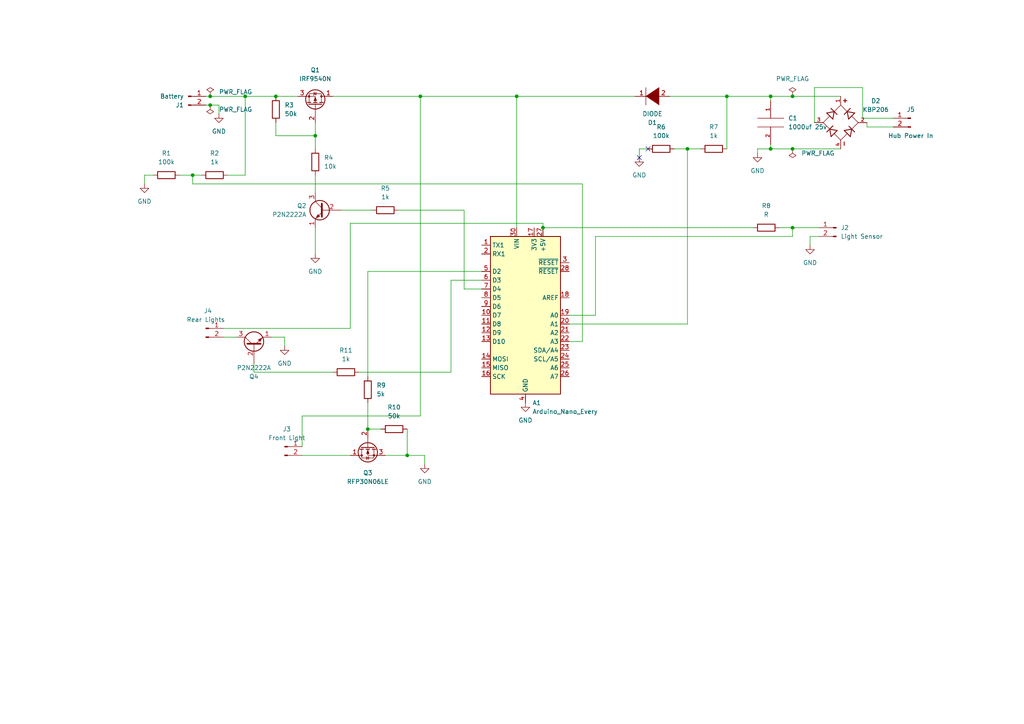
<source format=kicad_sch>
(kicad_sch (version 20211123) (generator eeschema)
  (paper "A4")
  (title_block (title "Bike Lights Schematic") (date "2023-02-26") (rev "0"))
  (lib_symbols
    (symbol "Connector:Conn_01x02_Male" (pin_names (offset 1.016) hide)
      (property "Reference" "J" (at 0 2.54 0))
      (property "Value" "Conn_01x02_Male" (at 0 -5.08 0))
      (symbol "Conn_01x02_Male_1_1"
        (polyline (pts (xy 1.27 -2.54) (xy 0.8636 -2.54)) (stroke (width 0.1524)))
        (polyline (pts (xy 1.27 0) (xy 0.8636 0)) (stroke (width 0.1524)))
        (rectangle (start 0.8636 -2.413) (end 0 -2.667) (stroke (width 0.1524)) (fill (type outline)))
        (rectangle (start 0.8636 0.127) (end 0 -0.127) (stroke (width 0.1524)) (fill (type outline)))
        (pin passive line (at 5.08 0 180) (length 3.81) (name "Pin_1") (number "1"))
        (pin passive line (at 5.08 -2.54 180) (length 3.81) (name "Pin_2") (number "2"))
      )
    )
    (symbol "Device:Q_NMOS_DGS" (pin_names (offset 0) hide)
      (property "Reference" "Q" (at 5.08 1.27 0))
      (property "Value" "Q_NMOS_DGS" (at 5.08 -1.27 0))
      (symbol "Q_NMOS_DGS_0_1"
        (polyline (pts (xy 0.254 0) (xy -2.54 0)))
        (polyline (pts (xy 0.254 1.905) (xy 0.254 -1.905)) (stroke (width 0.254)))
        (polyline (pts (xy 0.762 -1.27) (xy 0.762 -2.286)) (stroke (width 0.254)))
        (polyline (pts (xy 0.762 0.508) (xy 0.762 -0.508)) (stroke (width 0.254)))
        (polyline (pts (xy 0.762 2.286) (xy 0.762 1.27)) (stroke (width 0.254)))
        (polyline (pts (xy 2.54 2.54) (xy 2.54 1.778)))
        (polyline (pts (xy 2.54 -2.54) (xy 2.54 0) (xy 0.762 0)))
        (polyline (pts (xy 0.762 -1.778) (xy 3.302 -1.778) (xy 3.302 1.778) (xy 0.762 1.778)))
        (polyline (pts (xy 1.016 0) (xy 2.032 0.381) (xy 2.032 -0.381) (xy 1.016 0)) (fill (type outline)))
        (polyline (pts (xy 2.794 0.508) (xy 2.921 0.381) (xy 3.683 0.381) (xy 3.81 0.254)))
        (polyline (pts (xy 3.302 0.381) (xy 2.921 -0.254) (xy 3.683 -0.254) (xy 3.302 0.381)))
        (circle (center 1.651 0) (radius 2.794) (stroke (width 0.254)))
        (circle (center 2.54 -1.778) (radius 0.254) (fill (type outline)))
        (circle (center 2.54 1.778) (radius 0.254) (fill (type outline)))
      )
      (symbol "Q_NMOS_DGS_1_1"
        (pin passive line (at 2.54 5.08 270) (length 2.54) (name "D") (number "1"))
        (pin input line (at -5.08 0 0) (length 2.54) (name "G") (number "2"))
        (pin passive line (at 2.54 -5.08 90) (length 2.54) (name "S") (number "3"))
      )
    )
    (symbol "Device:Q_NPN_BCE" (pin_names (offset 0) hide)
      (property "Reference" "Q4" (at -8.89 0 90))
      (property "Value" "P2N2222A" (at -6.35 0 90))
      (symbol "Q_NPN_BCE_0_1"
        (polyline (pts (xy 0.635 0.635) (xy 2.54 2.54)))
        (polyline (pts (xy 0.635 -0.635) (xy 2.54 -2.54) (xy 2.54 -2.54)))
        (polyline (pts (xy 0.635 1.905) (xy 0.635 -1.905) (xy 0.635 -1.905)) (stroke (width 0.508)))
        (polyline (pts (xy 1.27 -1.778) (xy 1.778 -1.27) (xy 2.286 -2.286) (xy 1.27 -1.778) (xy 1.27 -1.778)) (fill (type outline)))
        (circle (center 1.27 0) (radius 2.8194) (stroke (width 0.254)))
      )
      (symbol "Q_NPN_BCE_1_1"
        (pin passive line (at 2.54 -5.08 90) (length 2.54) (name "E") (number "1"))
        (pin input line (at -5.08 0 0) (length 5.715) (name "B") (number "2"))
        (pin passive line (at 2.54 5.08 270) (length 2.54) (name "C") (number "3"))
      )
    )
    (symbol "Device:Q_PMOS_DGS" (pin_names (offset 0) hide)
      (property "Reference" "Q" (at 5.08 1.27 0))
      (property "Value" "Q_PMOS_DGS" (at 5.08 -1.27 0))
      (symbol "Q_PMOS_DGS_0_1"
        (polyline (pts (xy 0.254 0) (xy -2.54 0)))
        (polyline (pts (xy 0.254 1.905) (xy 0.254 -1.905)) (stroke (width 0.254)))
        (polyline (pts (xy 0.762 -1.27) (xy 0.762 -2.286)) (stroke (width 0.254)))
        (polyline (pts (xy 0.762 0.508) (xy 0.762 -0.508)) (stroke (width 0.254)))
        (polyline (pts (xy 0.762 2.286) (xy 0.762 1.27)) (stroke (width 0.254)))
        (polyline (pts (xy 2.54 2.54) (xy 2.54 1.778)))
        (polyline (pts (xy 2.54 -2.54) (xy 2.54 0) (xy 0.762 0)))
        (polyline (pts (xy 0.762 1.778) (xy 3.302 1.778) (xy 3.302 -1.778) (xy 0.762 -1.778)))
        (polyline (pts (xy 2.286 0) (xy 1.27 0.381) (xy 1.27 -0.381) (xy 2.286 0)) (fill (type outline)))
        (polyline (pts (xy 2.794 -0.508) (xy 2.921 -0.381) (xy 3.683 -0.381) (xy 3.81 -0.254)))
        (polyline (pts (xy 3.302 -0.381) (xy 2.921 0.254) (xy 3.683 0.254) (xy 3.302 -0.381)))
        (circle (center 1.651 0) (radius 2.794) (stroke (width 0.254)))
        (circle (center 2.54 -1.778) (radius 0.254) (fill (type outline)))
        (circle (center 2.54 1.778) (radius 0.254) (fill (type outline)))
      )
      (symbol "Q_PMOS_DGS_1_1"
        (pin passive line (at 2.54 5.08 270) (length 2.54) (name "D") (number "1"))
        (pin input line (at -5.08 0 0) (length 2.54) (name "G") (number "2"))
        (pin passive line (at 2.54 -5.08 90) (length 2.54) (name "S") (number "3"))
      )
    )
    (symbol "Device:R" (pin_numbers hide) (pin_names (offset 0))
      (property "Reference" "R" (at 2.032 0 90))
      (property "Value" "R" (at 0 0 90))
      (symbol "R_0_1"
        (rectangle (start -1.016 -2.54) (end 1.016 2.54) (stroke (width 0.254)))
      )
      (symbol "R_1_1"
        (pin passive line (at 0 3.81 270) (length 1.27) (name "~") (number "1"))
        (pin passive line (at 0 -3.81 90) (length 1.27) (name "~") (number "2"))
      )
    )
    (symbol "KBP206:KBP206" (pin_names (offset 1.016))
      (property "Reference" "D" (at 5.08 5.08 0))
      (property "Value" "KBP206" (at 5.08 -7.62 0))
      (symbol "KBP206_0_0"
        (polyline (pts (xy -6.858 1.27) (xy -5.842 1.27)) (stroke (width 0.254)))
        (polyline (pts (xy -6.35 0.762) (xy -6.35 1.778)) (stroke (width 0.254)))
        (polyline (pts (xy -5.08 0) (xy -3.175 -1.905)) (stroke (width 0.1524)))
        (polyline (pts (xy -3.175 -1.905) (xy -2.794 -4.064)) (stroke (width 0.254)))
        (polyline (pts (xy -3.175 -1.905) (xy -1.016 -2.286)) (stroke (width 0.254)))
        (polyline (pts (xy -3.175 1.905) (xy -5.08 0)) (stroke (width 0.1524)))
        (polyline (pts (xy -3.175 1.905) (xy -2.794 4.064)) (stroke (width 0.254)))
        (polyline (pts (xy -3.175 1.905) (xy -1.016 2.286)) (stroke (width 0.254)))
        (polyline (pts (xy -2.3622 -1.0668) (xy -4.1402 -2.8448)) (stroke (width 0.254)))
        (polyline (pts (xy -2.3622 1.016) (xy -4.1402 2.794)) (stroke (width 0.254)))
        (polyline (pts (xy -1.016 -2.286) (xy -2.794 -4.064)) (stroke (width 0.254)))
        (polyline (pts (xy -1.016 2.286) (xy -2.794 4.064)) (stroke (width 0.254)))
        (polyline (pts (xy 0 -5.08) (xy -1.8034 -3.2766)) (stroke (width 0.1524)))
        (polyline (pts (xy 0 -5.08) (xy 1.905 -3.175)) (stroke (width 0.1524)))
        (polyline (pts (xy 0 5.08) (xy -1.8034 3.2766)) (stroke (width 0.1524)))
        (polyline (pts (xy 1.905 -3.175) (xy 2.286 -1.016)) (stroke (width 0.254)))
        (polyline (pts (xy 1.905 -3.175) (xy 4.064 -2.794)) (stroke (width 0.254)))
        (polyline (pts (xy 1.905 3.175) (xy 0 5.08)) (stroke (width 0.1524)))
        (polyline (pts (xy 1.905 3.175) (xy 2.286 1.016)) (stroke (width 0.254)))
        (polyline (pts (xy 1.905 3.175) (xy 4.064 2.794)) (stroke (width 0.254)))
        (polyline (pts (xy 2.7178 -4.0386) (xy 0.9398 -2.2606)) (stroke (width 0.254)))
        (polyline (pts (xy 2.7178 4.0386) (xy 1.0668 2.3876)) (stroke (width 0.254)))
        (polyline (pts (xy 3.2766 -1.8034) (xy 5.08 0)) (stroke (width 0.1524)))
        (polyline (pts (xy 4.064 -2.794) (xy 2.286 -1.016)) (stroke (width 0.254)))
        (polyline (pts (xy 4.064 2.794) (xy 2.286 1.016)) (stroke (width 0.254)))
        (polyline (pts (xy 5.08 0) (xy 3.2766 1.8034)) (stroke (width 0.1524)))
        (polyline (pts (xy 5.588 1.016) (xy 6.604 1.016)) (stroke (width 0.254)))
        (pin passive line (at -7.62 0 0) (length 2.54) (name "~") (number "1"))
        (pin passive line (at 0 7.62 270) (length 2.54) (name "~") (number "2"))
        (pin passive line (at 0 -7.62 90) (length 2.54) (name "~") (number "3"))
        (pin passive line (at 7.62 0 180) (length 2.54) (name "~") (number "4"))
      )
    )
    (symbol "MCU_Module:Arduino_Nano_Every"
      (property "Reference" "A" (at -10.16 23.495 0))
      (property "Value" "Arduino_Nano_Every" (at 5.08 -24.13 0))
      (symbol "Arduino_Nano_Every_0_1"
        (rectangle (start -10.16 22.86) (end 10.16 -22.86) (stroke (width 0.254)) (fill (type background)))
      )
      (symbol "Arduino_Nano_Every_1_1"
        (pin bidirectional line (at -12.7 20.32 0) (length 2.54) (name "TX1") (number "1"))
        (pin bidirectional line (at -12.7 0 0) (length 2.54) (name "D7") (number "10"))
        (pin bidirectional line (at -12.7 -2.54 0) (length 2.54) (name "D8") (number "11"))
        (pin bidirectional line (at -12.7 -5.08 0) (length 2.54) (name "D9") (number "12"))
        (pin bidirectional line (at -12.7 -7.62 0) (length 2.54) (name "D10") (number "13"))
        (pin bidirectional line (at -12.7 -12.7 0) (length 2.54) (name "MOSI") (number "14"))
        (pin bidirectional line (at -12.7 -15.24 0) (length 2.54) (name "MISO") (number "15"))
        (pin bidirectional line (at -12.7 -17.78 0) (length 2.54) (name "SCK") (number "16"))
        (pin power_out line (at 2.54 25.4 270) (length 2.54) (name "3V3") (number "17"))
        (pin input line (at 12.7 5.08 180) (length 2.54) (name "AREF") (number "18"))
        (pin bidirectional line (at 12.7 0 180) (length 2.54) (name "A0") (number "19"))
        (pin bidirectional line (at -12.7 17.78 0) (length 2.54) (name "RX1") (number "2"))
        (pin bidirectional line (at 12.7 -2.54 180) (length 2.54) (name "A1") (number "20"))
        (pin bidirectional line (at 12.7 -5.08 180) (length 2.54) (name "A2") (number "21"))
        (pin bidirectional line (at 12.7 -7.62 180) (length 2.54) (name "A3") (number "22"))
        (pin bidirectional line (at 12.7 -10.16 180) (length 2.54) (name "SDA/A4") (number "23"))
        (pin bidirectional line (at 12.7 -12.7 180) (length 2.54) (name "SCL/A5") (number "24"))
        (pin bidirectional line (at 12.7 -15.24 180) (length 2.54) (name "A6") (number "25"))
        (pin bidirectional line (at 12.7 -17.78 180) (length 2.54) (name "A7") (number "26"))
        (pin power_out line (at 5.08 25.4 270) (length 2.54) (name "+5V") (number "27"))
        (pin input line (at 12.7 12.7 180) (length 2.54) (name "~{RESET}") (number "28"))
        (pin passive line (at 0 -25.4 90) (length 2.54) hide (name "GND") (number "29"))
        (pin input line (at 12.7 15.24 180) (length 2.54) (name "~{RESET}") (number "3"))
        (pin power_in line (at -2.54 25.4 270) (length 2.54) (name "VIN") (number "30"))
        (pin power_in line (at 0 -25.4 90) (length 2.54) (name "GND") (number "4"))
        (pin bidirectional line (at -12.7 12.7 0) (length 2.54) (name "D2") (number "5"))
        (pin bidirectional line (at -12.7 10.16 0) (length 2.54) (name "D3") (number "6"))
        (pin bidirectional line (at -12.7 7.62 0) (length 2.54) (name "D4") (number "7"))
        (pin bidirectional line (at -12.7 5.08 0) (length 2.54) (name "D5") (number "8"))
        (pin bidirectional line (at -12.7 2.54 0) (length 2.54) (name "D6") (number "9"))
      )
    )
    (symbol "Q_NPN_BCE_1" (pin_names (offset 0) hide)
      (property "Reference" "Q2" (at 5.08 1.2701 0))
      (property "Value" "P2N2222A" (at 5.08 -1.27 0))
      (symbol "Q_NPN_BCE_1_0_1"
        (polyline (pts (xy 0.635 0.635) (xy 2.54 2.54)))
        (polyline (pts (xy 0.635 -0.635) (xy 2.54 -2.54) (xy 2.54 -2.54)))
        (polyline (pts (xy 0.635 1.905) (xy 0.635 -1.905) (xy 0.635 -1.905)) (stroke (width 0.508)))
        (polyline (pts (xy 1.27 -1.778) (xy 1.778 -1.27) (xy 2.286 -2.286) (xy 1.27 -1.778) (xy 1.27 -1.778)) (fill (type outline)))
        (circle (center 1.27 0) (radius 2.8194) (stroke (width 0.254)))
      )
      (symbol "Q_NPN_BCE_1_1_1"
        (pin passive line (at 2.54 -5.08 90) (length 2.54) (name "E") (number "1"))
        (pin input line (at -5.08 0 0) (length 5.715) (name "B") (number "2"))
        (pin passive line (at 2.54 5.08 270) (length 2.54) (name "C") (number "3"))
      )
    )
    (symbol "power:GND" (power) (pin_names (offset 0))
      (property "Value" "GND" (at 0 -3.81 0))
      (symbol "GND_0_1"
        (polyline (pts (xy 0 0) (xy 0 -1.27) (xy 1.27 -1.27) (xy 0 -2.54) (xy -1.27 -1.27) (xy 0 -1.27)))
      )
      (symbol "GND_1_1"
        (pin power_in line (at 0 0 270) (length 0) hide (name "GND") (number "1"))
      )
    )
    (symbol "power:PWR_FLAG" (power) (pin_numbers hide) (pin_names (offset 0) hide)
      (property "Value" "PWR_FLAG" (at 0 3.81 0))
      (symbol "PWR_FLAG_0_0"
        (pin power_out line (at 0 0 90) (length 0) (name "pwr") (number "1"))
      )
      (symbol "PWR_FLAG_0_1"
        (polyline (pts (xy 0 0) (xy 0 1.27) (xy -1.016 1.905) (xy 0 2.54) (xy 1.016 1.905) (xy 0 1.27)))
      )
    )
    (symbol "pspice:CAP" (pin_names (offset 0.254))
      (property "Reference" "C" (at 2.54 3.81 90))
      (property "Value" "CAP" (at 2.54 -3.81 90))
      (symbol "CAP_0_1"
        (polyline (pts (xy -3.81 -1.27) (xy 3.81 -1.27)))
        (polyline (pts (xy -3.81 1.27) (xy 3.81 1.27)))
      )
      (symbol "CAP_1_1"
        (pin passive line (at 0 6.35 270) (length 5.08) (name "~") (number "1"))
        (pin passive line (at 0 -6.35 90) (length 5.08) (name "~") (number "2"))
      )
    )
    (symbol "pspice:DIODE" (pin_names (offset 1.016) hide)
      (property "Reference" "D1" (at 0 7.62 0))
      (property "Value" "DIODE" (at 0 5.08 0))
      (symbol "DIODE_0_1"
        (polyline (pts (xy 1.905 2.54) (xy 1.905 -2.54)))
        (polyline (pts (xy -1.905 2.54) (xy -1.905 -2.54) (xy 1.905 0)) (fill (type outline)))
      )
      (symbol "DIODE_1_1"
        (pin input line (at 5.08 0 180) (length 3.81) (name "A") (number "1"))
        (pin input line (at -5.08 0 0) (length 3.81) (name "K") (number "2"))
      )
    )
  )
  (junction (at 55.88 50.8))
  (junction (at 106.68 124.46))
  (junction (at 223.52 43.18))
  (junction (at 229.87 27.94))
  (junction (at 223.52 27.94))
  (junction (at 60.96 30.48))
  (junction (at 229.87 66.04))
  (junction (at 91.44 39.37))
  (junction (at 71.12 27.94))
  (junction (at 199.39 43.18))
  (junction (at 80.01 27.94))
  (junction (at 121.92 27.94))
  (junction (at 210.82 27.94))
  (junction (at 157.48 66.04))
  (junction (at 149.86 27.94))
  (junction (at 229.87 43.18))
  (junction (at 60.96 27.94))
  (junction (at 118.11 132.08))
  (no_connect (at 185.42 45.72))
  (no_connect (at 187.96 43.18))
  (wire (pts (xy 229.87 27.94) (xy 223.52 27.94)))
  (wire (pts (xy 157.48 64.77) (xy 101.6 64.77)))
  (wire (pts (xy 78.74 97.79) (xy 82.55 97.79)))
  (wire (pts (xy 60.96 27.94) (xy 71.12 27.94)))
  (wire (pts (xy 149.86 27.94) (xy 149.86 66.04)))
  (wire (pts (xy 101.6 95.25) (xy 64.77 95.25)))
  (wire (pts (xy 106.68 78.74) (xy 139.7 78.74)))
  (wire (pts (xy 87.63 129.54) (xy 87.63 120.65)))
  (wire (pts (xy 71.12 27.94) (xy 80.01 27.94)))
  (wire (pts (xy 223.52 27.94) (xy 223.52 29.21)))
  (wire (pts (xy 118.11 124.46) (xy 118.11 132.08)))
  (wire (pts (xy 250.19 34.29) (xy 250.19 25.4)))
  (wire (pts (xy 55.88 50.8) (xy 58.42 50.8)))
  (wire (pts (xy 121.92 120.65) (xy 121.92 27.94)))
  (wire (pts (xy 99.06 60.96) (xy 107.95 60.96)))
  (wire (pts (xy 130.81 81.28) (xy 139.7 81.28)))
  (wire (pts (xy 59.69 30.48) (xy 60.96 30.48)))
  (wire (pts (xy 229.87 66.04) (xy 229.87 68.58)))
  (wire (pts (xy 172.72 68.58) (xy 172.72 91.44)))
  (wire (pts (xy 243.84 43.18) (xy 229.87 43.18)))
  (wire (pts (xy 106.68 116.84) (xy 106.68 124.46)))
  (wire (pts (xy 243.84 27.94) (xy 229.87 27.94)))
  (wire (pts (xy 41.91 50.8) (xy 44.45 50.8)))
  (wire (pts (xy 91.44 39.37) (xy 91.44 43.18)))
  (wire (pts (xy 229.87 68.58) (xy 172.72 68.58)))
  (wire (pts (xy 82.55 100.33) (xy 82.55 97.79)))
  (wire (pts (xy 41.91 53.34) (xy 41.91 50.8)))
  (wire (pts (xy 66.04 50.8) (xy 71.12 50.8)))
  (wire (pts (xy 195.58 43.18) (xy 199.39 43.18)))
  (wire (pts (xy 63.5 30.48) (xy 63.5 33.02)))
  (wire (pts (xy 106.68 78.74) (xy 106.68 109.22)))
  (wire (pts (xy 172.72 91.44) (xy 165.1 91.44)))
  (wire (pts (xy 199.39 43.18) (xy 203.2 43.18)))
  (wire (pts (xy 149.86 27.94) (xy 184.15 27.94)))
  (wire (pts (xy 157.48 66.04) (xy 218.44 66.04)))
  (wire (pts (xy 250.19 25.4) (xy 236.22 25.4)))
  (wire (pts (xy 219.71 43.18) (xy 223.52 43.18)))
  (wire (pts (xy 52.07 50.8) (xy 55.88 50.8)))
  (wire (pts (xy 71.12 27.94) (xy 71.12 50.8)))
  (wire (pts (xy 234.95 68.58) (xy 237.49 68.58)))
  (wire (pts (xy 229.87 43.18) (xy 223.52 43.18)))
  (wire (pts (xy 64.77 97.79) (xy 68.58 97.79)))
  (wire (pts (xy 165.1 93.98) (xy 199.39 93.98)))
  (wire (pts (xy 251.46 36.83) (xy 251.46 35.56)))
  (wire (pts (xy 73.66 107.95) (xy 96.52 107.95)))
  (wire (pts (xy 134.62 60.96) (xy 134.62 83.82)))
  (wire (pts (xy 223.52 27.94) (xy 210.82 27.94)))
  (wire (pts (xy 104.14 107.95) (xy 130.81 107.95)))
  (wire (pts (xy 96.52 27.94) (xy 121.92 27.94)))
  (wire (pts (xy 121.92 27.94) (xy 149.86 27.94)))
  (wire (pts (xy 73.66 105.41) (xy 73.66 107.95)))
  (wire (pts (xy 60.96 30.48) (xy 63.5 30.48)))
  (wire (pts (xy 91.44 66.04) (xy 91.44 73.66)))
  (wire (pts (xy 199.39 93.98) (xy 199.39 43.18)))
  (wire (pts (xy 106.68 124.46) (xy 110.49 124.46)))
  (wire (pts (xy 91.44 35.56) (xy 91.44 39.37)))
  (wire (pts (xy 259.08 34.29) (xy 250.19 34.29)))
  (wire (pts (xy 130.81 107.95) (xy 130.81 81.28)))
  (wire (pts (xy 123.19 132.08) (xy 123.19 134.62)))
  (wire (pts (xy 101.6 64.77) (xy 101.6 95.25)))
  (wire (pts (xy 55.88 53.34) (xy 168.91 53.34)))
  (wire (pts (xy 185.42 43.18) (xy 187.96 43.18)))
  (wire (pts (xy 87.63 120.65) (xy 121.92 120.65)))
  (wire (pts (xy 168.91 99.06) (xy 165.1 99.06)))
  (wire (pts (xy 168.91 53.34) (xy 168.91 99.06)))
  (wire (pts (xy 219.71 44.45) (xy 219.71 43.18)))
  (wire (pts (xy 80.01 27.94) (xy 86.36 27.94)))
  (wire (pts (xy 55.88 50.8) (xy 55.88 53.34)))
  (wire (pts (xy 59.69 27.94) (xy 60.96 27.94)))
  (wire (pts (xy 226.06 66.04) (xy 229.87 66.04)))
  (wire (pts (xy 210.82 27.94) (xy 210.82 43.18)))
  (wire (pts (xy 223.52 43.18) (xy 223.52 41.91)))
  (wire (pts (xy 87.63 132.08) (xy 101.6 132.08)))
  (wire (pts (xy 118.11 132.08) (xy 123.19 132.08)))
  (wire (pts (xy 111.76 132.08) (xy 118.11 132.08)))
  (wire (pts (xy 80.01 39.37) (xy 91.44 39.37)))
  (wire (pts (xy 234.95 71.12) (xy 234.95 68.58)))
  (wire (pts (xy 157.48 66.04) (xy 157.48 64.77)))
  (wire (pts (xy 236.22 25.4) (xy 236.22 35.56)))
  (wire (pts (xy 185.42 45.72) (xy 185.42 43.18)))
  (wire (pts (xy 134.62 83.82) (xy 139.7 83.82)))
  (wire (pts (xy 259.08 36.83) (xy 251.46 36.83)))
  (wire (pts (xy 210.82 27.94) (xy 194.31 27.94)))
  (wire (pts (xy 229.87 66.04) (xy 237.49 66.04)))
  (wire (pts (xy 91.44 50.8) (xy 91.44 55.88)))
  (wire (pts (xy 115.57 60.96) (xy 134.62 60.96)))
  (wire (pts (xy 80.01 35.56) (xy 80.01 39.37)))
  (symbol (lib_id "Device:R") (at 106.68 113.03 0) (unit 1)
    (property "Reference" "R9" (at 109.22 111.7599 0) (effects (justify left)))
    (property "Value" "5k" (at 109.22 114.2999 0) (effects (justify left)))
    (property "Footprint" "Resistor_THT:R_Axial_DIN0309_L9.0mm_D3.2mm_P12.70mm_Horizontal" (effects hide))
  )
  (symbol (lib_id "KBP206:KBP206") (at 243.84 35.56 270) (unit 1)
    (property "Reference" "D2" (at 254 29.2606 90))
    (property "Value" "KBP206" (at 254 31.8006 90))
    (property "Footprint" "KBC206:SIP380W81P386L1470H1270Q4" (effects hide))
    (property "MAXIMUM_PACKAGE_HEIGHT" "12.7mm" (effects hide))
    (property "MANUFACTURER" "GeneSIC" (effects hide))
    (property "PARTREV" "Oct. 2018" (effects hide))
    (property "STANDARD" "IPC-7351B" (effects hide))
  )
  (symbol (lib_id "Device:R") (at 100.33 107.95 90) (unit 1)
    (property "Reference" "R11" (at 100.33 101.6 90))
    (property "Value" "1k" (at 100.33 104.14 90))
    (property "Footprint" "Resistor_THT:R_Axial_DIN0309_L9.0mm_D3.2mm_P12.70mm_Horizontal" (effects hide))
  )
  (symbol (lib_id "power:PWR_FLAG") (at 60.96 30.48 180) (unit 1)
    (property "Reference" "#FLG02" (effects hide))
    (property "Value" "PWR_FLAG" (at 63.5 31.7499 0) (effects (justify right)))
  )
  (symbol (lib_id "power:GND") (at 219.71 44.45 0) (unit 1)
    (property "Reference" "#PWR08" (effects hide))
    (property "Value" "GND" (at 219.71 49.53 0))
  )
  (symbol (lib_id "MCU_Module:Arduino_Nano_Every") (at 152.4 91.44 0) (unit 1)
    (property "Reference" "A1" (at 154.4194 116.84 0) (effects (justify left)))
    (property "Value" "Arduino_Nano_Every" (at 154.4194 119.38 0) (effects (justify left)))
    (property "Footprint" "Module:Arduino_Nano" (effects hide))
    (property "Datasheet" "https://content.arduino.cc/assets/NANOEveryV3.0_sch.pdf" (effects hide))
  )
  (symbol (lib_name "Q_NPN_BCE_1") (lib_id "Device:Q_NPN_BCE") (at 93.98 60.96 0) (mirror y) (unit 1)
    (property "Reference" "Q2" (at 88.9 59.6899 0) (effects (justify left)))
    (property "Value" "P2N2222A" (at 88.9 62.23 0) (effects (justify left)))
    (property "Footprint" "eec:ON_Semi-CASE_2911-0-0-0" (effects hide))
  )
  (symbol (lib_id "power:PWR_FLAG") (at 229.87 27.94 0) (unit 1)
    (property "Reference" "#FLG03" (effects hide))
    (property "Value" "PWR_FLAG" (at 229.87 22.86 0))
  )
  (symbol (lib_id "Device:Q_NPN_BCE") (at 73.66 100.33 90) (unit 1)
    (property "Reference" "Q4" (at 73.66 109.22 90))
    (property "Value" "P2N2222A" (at 73.66 106.68 90))
    (property "Footprint" "eec:ON_Semi-CASE_2911-0-0-0" (effects hide))
  )
  (symbol (lib_id "Device:Q_NMOS_DGS") (at 106.68 129.54 90) (mirror x) (unit 1)
    (property "Reference" "Q3" (at 106.68 137.16 90))
    (property "Value" "RFP30N06LE" (at 106.68 139.7 90))
    (property "Footprint" "mosfets:mosfet_p_type_RFP30N6LE" (effects hide))
  )
  (symbol (lib_id "Device:R") (at 207.01 43.18 90) (unit 1)
    (property "Reference" "R7" (at 207.01 36.83 90))
    (property "Value" "1k" (at 207.01 39.37 90))
    (property "Footprint" "Resistor_THT:R_Axial_DIN0309_L9.0mm_D3.2mm_P12.70mm_Horizontal" (effects hide))
  )
  (symbol (lib_id "Device:R") (at 222.25 66.04 90) (unit 1)
    (property "Reference" "R8" (at 222.25 59.69 90))
    (property "Value" "R" (at 222.25 62.23 90))
    (property "Footprint" "Resistor_THT:R_Axial_DIN0309_L9.0mm_D3.2mm_P12.70mm_Horizontal" (effects hide))
  )
  (symbol (lib_id "Connector:Conn_01x02_Male") (at 54.61 27.94 0) (unit 1)
    (property "Reference" "J1" (at 53.34 30.4801 0) (effects (justify right)))
    (property "Value" "Battery" (at 53.34 27.9401 0) (effects (justify right)))
    (property "Footprint" "solder_pads:solder_pads_medium" (effects hide))
  )
  (symbol (lib_id "Connector:Conn_01x02_Male") (at 82.55 129.54 0) (unit 1)
    (property "Reference" "J3" (at 83.185 124.46 0))
    (property "Value" "Front Light" (at 83.185 127 0))
    (property "Footprint" "solder_pads:solder_pads_medium" (effects hide))
  )
  (symbol (lib_id "pspice:DIODE") (at 189.23 27.94 180) (unit 1)
    (property "Reference" "D1" (at 189.23 35.56 0))
    (property "Value" "DIODE" (at 189.23 33.02 0))
    (property "Footprint" "Diode_THT:D_A-405_P10.16mm_Horizontal" (effects hide))
  )
  (symbol (lib_id "Connector:Conn_01x02_Male") (at 264.16 34.29 0) (mirror y) (unit 1)
    (property "Reference" "J5" (at 264.16 31.75 0))
    (property "Value" "Hub Power In" (at 264.16 39.37 0))
    (property "Footprint" "solder_pads:solder_pads_medium" (effects hide))
  )
  (symbol (lib_id "Device:R") (at 91.44 46.99 0) (unit 1)
    (property "Reference" "R4" (at 93.98 45.7199 0) (effects (justify left)))
    (property "Value" "10k" (at 93.98 48.2599 0) (effects (justify left)))
    (property "Footprint" "Resistor_THT:R_Axial_DIN0309_L9.0mm_D3.2mm_P12.70mm_Horizontal" (effects hide))
  )
  (symbol (lib_id "power:GND") (at 91.44 73.66 0) (unit 1)
    (property "Reference" "#PWR03" (effects hide))
    (property "Value" "GND" (at 91.44 78.74 0))
  )
  (symbol (lib_id "pspice:CAP") (at 223.52 35.56 0) (unit 1)
    (property "Reference" "C1" (at 228.6 34.2899 0) (effects (justify left)))
    (property "Value" "1000uf 25v" (at 228.6 36.8299 0) (effects (justify left)))
    (property "Footprint" "Capacitor_THT:CP_Radial_D10.0mm_P5.00mm" (effects hide))
  )
  (symbol (lib_id "Device:Q_PMOS_DGS") (at 91.44 30.48 270) (mirror x) (unit 1)
    (property "Reference" "Q1" (at 91.44 20.32 90))
    (property "Value" "IRF9540N" (at 91.44 22.86 90))
    (property "Footprint" "mosfets:mosfet_p_type_RFP30N6LE" (effects hide))
  )
  (symbol (lib_id "Device:R") (at 48.26 50.8 90) (unit 1)
    (property "Reference" "R1" (at 48.26 44.45 90))
    (property "Value" "100k" (at 48.26 46.99 90))
    (property "Footprint" "Resistor_THT:R_Axial_DIN0309_L9.0mm_D3.2mm_P12.70mm_Horizontal" (effects hide))
  )
  (symbol (lib_id "power:GND") (at 123.19 134.62 0) (unit 1)
    (property "Reference" "#PWR05" (effects hide))
    (property "Value" "GND" (at 123.19 139.7 0))
  )
  (symbol (lib_id "Device:R") (at 191.77 43.18 90) (unit 1)
    (property "Reference" "R6" (at 191.77 36.83 90))
    (property "Value" "100k" (at 191.77 39.37 90))
    (property "Footprint" "Resistor_THT:R_Axial_DIN0309_L9.0mm_D3.2mm_P12.70mm_Horizontal" (effects hide))
  )
  (symbol (lib_id "power:GND") (at 185.42 45.72 0) (unit 1)
    (property "Reference" "#PWR07" (effects hide))
    (property "Value" "GND" (at 185.42 50.8 0))
  )
  (symbol (lib_id "Device:R") (at 80.01 31.75 0) (unit 1)
    (property "Reference" "R3" (at 82.55 30.4799 0) (effects (justify left)))
    (property "Value" "50k" (at 82.55 33.0199 0) (effects (justify left)))
    (property "Footprint" "Resistor_THT:R_Axial_DIN0309_L9.0mm_D3.2mm_P12.70mm_Horizontal" (effects hide))
  )
  (symbol (lib_id "power:PWR_FLAG") (at 60.96 27.94 0) (unit 1)
    (property "Reference" "#FLG01" (effects hide))
    (property "Value" "PWR_FLAG" (at 63.5 26.6699 0) (effects (justify left)))
  )
  (symbol (lib_id "power:GND") (at 41.91 53.34 0) (unit 1)
    (property "Reference" "#PWR01" (effects hide))
    (property "Value" "GND" (at 41.91 58.42 0))
  )
  (symbol (lib_id "Connector:Conn_01x02_Male") (at 242.57 66.04 0) (mirror y) (unit 1)
    (property "Reference" "J2" (at 243.84 66.0399 0) (effects (justify right)))
    (property "Value" "Light Sensor" (at 243.84 68.5799 0) (effects (justify right)))
    (property "Footprint" "solder_pads:solder_pads_medium" (effects hide))
  )
  (symbol (lib_id "power:GND") (at 152.4 116.84 0) (unit 1)
    (property "Reference" "#PWR06" (effects hide))
    (property "Value" "GND" (at 152.4 121.92 0))
  )
  (symbol (lib_id "Connector:Conn_01x02_Male") (at 59.69 95.25 0) (unit 1)
    (property "Reference" "J4" (at 60.325 90.17 0))
    (property "Value" "Rear Lights" (at 59.69 92.71 0))
    (property "Footprint" "solder_pads:solder_pads_medium" (effects hide))
  )
  (symbol (lib_id "Device:R") (at 111.76 60.96 90) (unit 1)
    (property "Reference" "R5" (at 111.76 54.61 90))
    (property "Value" "1k" (at 111.76 57.15 90))
    (property "Footprint" "Resistor_THT:R_Axial_DIN0309_L9.0mm_D3.2mm_P12.70mm_Horizontal" (effects hide))
  )
  (symbol (lib_id "power:PWR_FLAG") (at 229.87 43.18 180) (unit 1)
    (property "Reference" "#FLG04" (effects hide))
    (property "Value" "PWR_FLAG" (at 232.41 44.4499 0) (effects (justify right)))
  )
  (symbol (lib_id "power:GND") (at 63.5 33.02 0) (unit 1)
    (property "Reference" "#PWR02" (effects hide))
    (property "Value" "GND" (at 63.5 38.1 0))
  )
  (symbol (lib_id "power:GND") (at 82.55 100.33 0) (unit 1)
    (property "Reference" "#PWR04" (effects hide))
    (property "Value" "GND" (at 82.55 105.41 0))
  )
  (symbol (lib_id "Device:R") (at 62.23 50.8 90) (unit 1)
    (property "Reference" "R2" (at 62.23 44.45 90))
    (property "Value" "1k" (at 62.23 46.99 90))
    (property "Footprint" "Resistor_THT:R_Axial_DIN0309_L9.0mm_D3.2mm_P12.70mm_Horizontal" (effects hide))
  )
  (symbol (lib_id "Device:R") (at 114.3 124.46 90) (unit 1)
    (property "Reference" "R10" (at 114.3 118.11 90))
    (property "Value" "50k" (at 114.3 120.65 90))
    (property "Footprint" "Resistor_THT:R_Axial_DIN0309_L9.0mm_D3.2mm_P12.70mm_Horizontal" (effects hide))
  )
  (symbol (lib_id "power:GND") (at 234.95 71.12 0) (unit 1)
    (property "Reference" "#PWR09" (effects hide))
    (property "Value" "GND" (at 234.95 76.2 0))
  )
)
</source>
